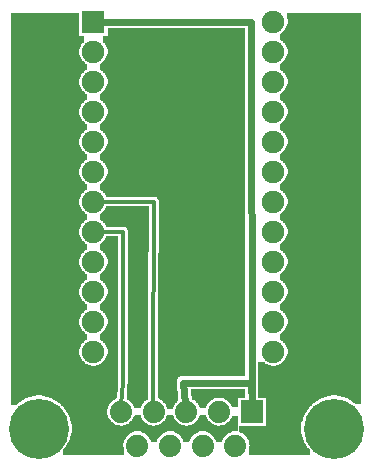
<source format=gbl>
G04 MADE WITH FRITZING*
G04 WWW.FRITZING.ORG*
G04 DOUBLE SIDED*
G04 HOLES PLATED*
G04 CONTOUR ON CENTER OF CONTOUR VECTOR*
%ASAXBY*%
%FSLAX23Y23*%
%MOIN*%
%OFA0B0*%
%SFA1.0B1.0*%
%ADD10C,0.075000*%
%ADD11C,0.074000*%
%ADD12C,0.200000*%
%ADD13R,0.075000X0.075000*%
%ADD14C,0.024000*%
%ADD15C,0.012000*%
%ADD16R,0.001000X0.001000*%
%LNCOPPER0*%
G90*
G70*
G54D10*
X112Y1433D03*
X415Y1383D03*
X1019Y1433D03*
G54D11*
X843Y186D03*
X734Y186D03*
X625Y186D03*
X516Y186D03*
X407Y186D03*
X788Y74D03*
X679Y74D03*
X570Y74D03*
X461Y74D03*
G54D12*
X1117Y130D03*
X133Y130D03*
G54D10*
X314Y1486D03*
X914Y1486D03*
X314Y1386D03*
X914Y1386D03*
X314Y1286D03*
X914Y1286D03*
X314Y1186D03*
X914Y1186D03*
X314Y1086D03*
X914Y1086D03*
X314Y986D03*
X914Y986D03*
X314Y886D03*
X914Y886D03*
X314Y786D03*
X914Y786D03*
X314Y686D03*
X914Y686D03*
X314Y586D03*
X914Y586D03*
X314Y486D03*
X914Y486D03*
X314Y386D03*
X914Y386D03*
G54D13*
X314Y1486D03*
G54D14*
X841Y1487D02*
X843Y217D01*
D02*
X343Y1486D02*
X841Y1487D01*
D02*
X614Y284D02*
X841Y284D01*
D02*
X841Y284D02*
X842Y217D01*
D02*
X621Y217D02*
X614Y284D01*
G54D15*
D02*
X514Y284D02*
X515Y212D01*
D02*
X516Y887D02*
X514Y284D01*
D02*
X337Y886D02*
X516Y887D01*
D02*
X413Y284D02*
X408Y212D01*
D02*
X414Y786D02*
X413Y284D01*
D02*
X337Y786D02*
X414Y786D01*
G36*
X40Y1515D02*
X40Y339D01*
X306Y339D01*
X306Y341D01*
X300Y341D01*
X300Y343D01*
X296Y343D01*
X296Y345D01*
X292Y345D01*
X292Y347D01*
X288Y347D01*
X288Y349D01*
X286Y349D01*
X286Y351D01*
X284Y351D01*
X284Y353D01*
X282Y353D01*
X282Y355D01*
X280Y355D01*
X280Y357D01*
X278Y357D01*
X278Y359D01*
X276Y359D01*
X276Y363D01*
X274Y363D01*
X274Y365D01*
X272Y365D01*
X272Y369D01*
X270Y369D01*
X270Y375D01*
X268Y375D01*
X268Y385D01*
X266Y385D01*
X266Y389D01*
X268Y389D01*
X268Y397D01*
X270Y397D01*
X270Y403D01*
X272Y403D01*
X272Y407D01*
X274Y407D01*
X274Y411D01*
X276Y411D01*
X276Y413D01*
X278Y413D01*
X278Y415D01*
X280Y415D01*
X280Y417D01*
X282Y417D01*
X282Y419D01*
X284Y419D01*
X284Y421D01*
X286Y421D01*
X286Y423D01*
X288Y423D01*
X288Y425D01*
X290Y425D01*
X290Y427D01*
X292Y427D01*
X292Y447D01*
X288Y447D01*
X288Y449D01*
X286Y449D01*
X286Y451D01*
X284Y451D01*
X284Y453D01*
X282Y453D01*
X282Y455D01*
X280Y455D01*
X280Y457D01*
X278Y457D01*
X278Y459D01*
X276Y459D01*
X276Y463D01*
X274Y463D01*
X274Y465D01*
X272Y465D01*
X272Y469D01*
X270Y469D01*
X270Y475D01*
X268Y475D01*
X268Y485D01*
X266Y485D01*
X266Y489D01*
X268Y489D01*
X268Y497D01*
X270Y497D01*
X270Y503D01*
X272Y503D01*
X272Y507D01*
X274Y507D01*
X274Y511D01*
X276Y511D01*
X276Y513D01*
X278Y513D01*
X278Y515D01*
X280Y515D01*
X280Y517D01*
X282Y517D01*
X282Y519D01*
X284Y519D01*
X284Y521D01*
X286Y521D01*
X286Y523D01*
X288Y523D01*
X288Y525D01*
X290Y525D01*
X290Y527D01*
X292Y527D01*
X292Y547D01*
X288Y547D01*
X288Y549D01*
X286Y549D01*
X286Y551D01*
X284Y551D01*
X284Y553D01*
X282Y553D01*
X282Y555D01*
X280Y555D01*
X280Y557D01*
X278Y557D01*
X278Y559D01*
X276Y559D01*
X276Y563D01*
X274Y563D01*
X274Y565D01*
X272Y565D01*
X272Y569D01*
X270Y569D01*
X270Y575D01*
X268Y575D01*
X268Y585D01*
X266Y585D01*
X266Y589D01*
X268Y589D01*
X268Y597D01*
X270Y597D01*
X270Y603D01*
X272Y603D01*
X272Y607D01*
X274Y607D01*
X274Y611D01*
X276Y611D01*
X276Y613D01*
X278Y613D01*
X278Y615D01*
X280Y615D01*
X280Y617D01*
X282Y617D01*
X282Y619D01*
X284Y619D01*
X284Y621D01*
X286Y621D01*
X286Y623D01*
X288Y623D01*
X288Y625D01*
X290Y625D01*
X290Y627D01*
X292Y627D01*
X292Y647D01*
X288Y647D01*
X288Y649D01*
X286Y649D01*
X286Y651D01*
X284Y651D01*
X284Y653D01*
X282Y653D01*
X282Y655D01*
X280Y655D01*
X280Y657D01*
X278Y657D01*
X278Y659D01*
X276Y659D01*
X276Y663D01*
X274Y663D01*
X274Y665D01*
X272Y665D01*
X272Y669D01*
X270Y669D01*
X270Y675D01*
X268Y675D01*
X268Y685D01*
X266Y685D01*
X266Y689D01*
X268Y689D01*
X268Y697D01*
X270Y697D01*
X270Y703D01*
X272Y703D01*
X272Y707D01*
X274Y707D01*
X274Y711D01*
X276Y711D01*
X276Y713D01*
X278Y713D01*
X278Y715D01*
X280Y715D01*
X280Y717D01*
X282Y717D01*
X282Y719D01*
X284Y719D01*
X284Y721D01*
X286Y721D01*
X286Y723D01*
X288Y723D01*
X288Y725D01*
X290Y725D01*
X290Y727D01*
X292Y727D01*
X292Y747D01*
X288Y747D01*
X288Y749D01*
X286Y749D01*
X286Y751D01*
X284Y751D01*
X284Y753D01*
X282Y753D01*
X282Y755D01*
X280Y755D01*
X280Y757D01*
X278Y757D01*
X278Y759D01*
X276Y759D01*
X276Y763D01*
X274Y763D01*
X274Y765D01*
X272Y765D01*
X272Y769D01*
X270Y769D01*
X270Y775D01*
X268Y775D01*
X268Y785D01*
X266Y785D01*
X266Y789D01*
X268Y789D01*
X268Y797D01*
X270Y797D01*
X270Y803D01*
X272Y803D01*
X272Y807D01*
X274Y807D01*
X274Y811D01*
X276Y811D01*
X276Y813D01*
X278Y813D01*
X278Y815D01*
X280Y815D01*
X280Y817D01*
X282Y817D01*
X282Y819D01*
X284Y819D01*
X284Y821D01*
X286Y821D01*
X286Y823D01*
X288Y823D01*
X288Y825D01*
X290Y825D01*
X290Y827D01*
X292Y827D01*
X292Y847D01*
X288Y847D01*
X288Y849D01*
X286Y849D01*
X286Y851D01*
X284Y851D01*
X284Y853D01*
X282Y853D01*
X282Y855D01*
X280Y855D01*
X280Y857D01*
X278Y857D01*
X278Y859D01*
X276Y859D01*
X276Y863D01*
X274Y863D01*
X274Y865D01*
X272Y865D01*
X272Y869D01*
X270Y869D01*
X270Y875D01*
X268Y875D01*
X268Y885D01*
X266Y885D01*
X266Y889D01*
X268Y889D01*
X268Y897D01*
X270Y897D01*
X270Y903D01*
X272Y903D01*
X272Y907D01*
X274Y907D01*
X274Y911D01*
X276Y911D01*
X276Y913D01*
X278Y913D01*
X278Y915D01*
X280Y915D01*
X280Y917D01*
X282Y917D01*
X282Y919D01*
X284Y919D01*
X284Y921D01*
X286Y921D01*
X286Y923D01*
X288Y923D01*
X288Y925D01*
X290Y925D01*
X290Y927D01*
X292Y927D01*
X292Y947D01*
X288Y947D01*
X288Y949D01*
X286Y949D01*
X286Y951D01*
X284Y951D01*
X284Y953D01*
X282Y953D01*
X282Y955D01*
X280Y955D01*
X280Y957D01*
X278Y957D01*
X278Y959D01*
X276Y959D01*
X276Y963D01*
X274Y963D01*
X274Y965D01*
X272Y965D01*
X272Y969D01*
X270Y969D01*
X270Y975D01*
X268Y975D01*
X268Y985D01*
X266Y985D01*
X266Y989D01*
X268Y989D01*
X268Y997D01*
X270Y997D01*
X270Y1003D01*
X272Y1003D01*
X272Y1007D01*
X274Y1007D01*
X274Y1011D01*
X276Y1011D01*
X276Y1013D01*
X278Y1013D01*
X278Y1015D01*
X280Y1015D01*
X280Y1017D01*
X282Y1017D01*
X282Y1019D01*
X284Y1019D01*
X284Y1021D01*
X286Y1021D01*
X286Y1023D01*
X288Y1023D01*
X288Y1025D01*
X290Y1025D01*
X290Y1027D01*
X292Y1027D01*
X292Y1047D01*
X288Y1047D01*
X288Y1049D01*
X286Y1049D01*
X286Y1051D01*
X284Y1051D01*
X284Y1053D01*
X282Y1053D01*
X282Y1055D01*
X280Y1055D01*
X280Y1057D01*
X278Y1057D01*
X278Y1059D01*
X276Y1059D01*
X276Y1063D01*
X274Y1063D01*
X274Y1065D01*
X272Y1065D01*
X272Y1069D01*
X270Y1069D01*
X270Y1075D01*
X268Y1075D01*
X268Y1085D01*
X266Y1085D01*
X266Y1089D01*
X268Y1089D01*
X268Y1097D01*
X270Y1097D01*
X270Y1103D01*
X272Y1103D01*
X272Y1107D01*
X274Y1107D01*
X274Y1111D01*
X276Y1111D01*
X276Y1113D01*
X278Y1113D01*
X278Y1115D01*
X280Y1115D01*
X280Y1117D01*
X282Y1117D01*
X282Y1119D01*
X284Y1119D01*
X284Y1121D01*
X286Y1121D01*
X286Y1123D01*
X288Y1123D01*
X288Y1125D01*
X290Y1125D01*
X290Y1127D01*
X292Y1127D01*
X292Y1147D01*
X288Y1147D01*
X288Y1149D01*
X286Y1149D01*
X286Y1151D01*
X284Y1151D01*
X284Y1153D01*
X282Y1153D01*
X282Y1155D01*
X280Y1155D01*
X280Y1157D01*
X278Y1157D01*
X278Y1159D01*
X276Y1159D01*
X276Y1163D01*
X274Y1163D01*
X274Y1165D01*
X272Y1165D01*
X272Y1169D01*
X270Y1169D01*
X270Y1175D01*
X268Y1175D01*
X268Y1185D01*
X266Y1185D01*
X266Y1189D01*
X268Y1189D01*
X268Y1197D01*
X270Y1197D01*
X270Y1203D01*
X272Y1203D01*
X272Y1207D01*
X274Y1207D01*
X274Y1211D01*
X276Y1211D01*
X276Y1213D01*
X278Y1213D01*
X278Y1215D01*
X280Y1215D01*
X280Y1217D01*
X282Y1217D01*
X282Y1219D01*
X284Y1219D01*
X284Y1221D01*
X286Y1221D01*
X286Y1223D01*
X288Y1223D01*
X288Y1225D01*
X290Y1225D01*
X290Y1227D01*
X292Y1227D01*
X292Y1247D01*
X288Y1247D01*
X288Y1249D01*
X286Y1249D01*
X286Y1251D01*
X284Y1251D01*
X284Y1253D01*
X282Y1253D01*
X282Y1255D01*
X280Y1255D01*
X280Y1257D01*
X278Y1257D01*
X278Y1259D01*
X276Y1259D01*
X276Y1263D01*
X274Y1263D01*
X274Y1265D01*
X272Y1265D01*
X272Y1269D01*
X270Y1269D01*
X270Y1275D01*
X268Y1275D01*
X268Y1285D01*
X266Y1285D01*
X266Y1289D01*
X268Y1289D01*
X268Y1297D01*
X270Y1297D01*
X270Y1303D01*
X272Y1303D01*
X272Y1307D01*
X274Y1307D01*
X274Y1311D01*
X276Y1311D01*
X276Y1313D01*
X278Y1313D01*
X278Y1315D01*
X280Y1315D01*
X280Y1317D01*
X282Y1317D01*
X282Y1319D01*
X284Y1319D01*
X284Y1321D01*
X286Y1321D01*
X286Y1323D01*
X288Y1323D01*
X288Y1325D01*
X290Y1325D01*
X290Y1327D01*
X292Y1327D01*
X292Y1347D01*
X288Y1347D01*
X288Y1349D01*
X286Y1349D01*
X286Y1351D01*
X284Y1351D01*
X284Y1353D01*
X282Y1353D01*
X282Y1355D01*
X280Y1355D01*
X280Y1357D01*
X278Y1357D01*
X278Y1359D01*
X276Y1359D01*
X276Y1363D01*
X274Y1363D01*
X274Y1365D01*
X272Y1365D01*
X272Y1369D01*
X270Y1369D01*
X270Y1375D01*
X268Y1375D01*
X268Y1385D01*
X266Y1385D01*
X266Y1389D01*
X268Y1389D01*
X268Y1397D01*
X270Y1397D01*
X270Y1403D01*
X272Y1403D01*
X272Y1407D01*
X274Y1407D01*
X274Y1411D01*
X276Y1411D01*
X276Y1413D01*
X278Y1413D01*
X278Y1415D01*
X280Y1415D01*
X280Y1417D01*
X282Y1417D01*
X282Y1419D01*
X284Y1419D01*
X284Y1439D01*
X266Y1439D01*
X266Y1515D01*
X40Y1515D01*
G37*
D02*
G36*
X358Y771D02*
X358Y767D01*
X356Y767D01*
X356Y765D01*
X354Y765D01*
X354Y761D01*
X352Y761D01*
X352Y759D01*
X350Y759D01*
X350Y757D01*
X348Y757D01*
X348Y753D01*
X344Y753D01*
X344Y751D01*
X342Y751D01*
X342Y749D01*
X340Y749D01*
X340Y747D01*
X338Y747D01*
X338Y725D01*
X340Y725D01*
X340Y723D01*
X344Y723D01*
X344Y721D01*
X346Y721D01*
X346Y719D01*
X348Y719D01*
X348Y717D01*
X350Y717D01*
X350Y715D01*
X352Y715D01*
X352Y711D01*
X354Y711D01*
X354Y709D01*
X356Y709D01*
X356Y705D01*
X358Y705D01*
X358Y701D01*
X360Y701D01*
X360Y695D01*
X362Y695D01*
X362Y679D01*
X360Y679D01*
X360Y673D01*
X358Y673D01*
X358Y667D01*
X356Y667D01*
X356Y665D01*
X354Y665D01*
X354Y661D01*
X352Y661D01*
X352Y659D01*
X350Y659D01*
X350Y657D01*
X348Y657D01*
X348Y653D01*
X344Y653D01*
X344Y651D01*
X342Y651D01*
X342Y649D01*
X340Y649D01*
X340Y647D01*
X336Y647D01*
X336Y627D01*
X338Y627D01*
X338Y625D01*
X340Y625D01*
X340Y623D01*
X344Y623D01*
X344Y621D01*
X346Y621D01*
X346Y619D01*
X348Y619D01*
X348Y617D01*
X350Y617D01*
X350Y615D01*
X352Y615D01*
X352Y611D01*
X354Y611D01*
X354Y609D01*
X356Y609D01*
X356Y605D01*
X358Y605D01*
X358Y601D01*
X360Y601D01*
X360Y595D01*
X362Y595D01*
X362Y579D01*
X360Y579D01*
X360Y573D01*
X358Y573D01*
X358Y567D01*
X356Y567D01*
X356Y565D01*
X354Y565D01*
X354Y561D01*
X352Y561D01*
X352Y559D01*
X350Y559D01*
X350Y557D01*
X348Y557D01*
X348Y553D01*
X344Y553D01*
X344Y551D01*
X342Y551D01*
X342Y549D01*
X340Y549D01*
X340Y547D01*
X336Y547D01*
X336Y527D01*
X338Y527D01*
X338Y525D01*
X340Y525D01*
X340Y523D01*
X344Y523D01*
X344Y521D01*
X346Y521D01*
X346Y519D01*
X348Y519D01*
X348Y517D01*
X350Y517D01*
X350Y515D01*
X352Y515D01*
X352Y511D01*
X354Y511D01*
X354Y509D01*
X356Y509D01*
X356Y505D01*
X358Y505D01*
X358Y501D01*
X360Y501D01*
X360Y495D01*
X362Y495D01*
X362Y479D01*
X360Y479D01*
X360Y473D01*
X358Y473D01*
X358Y467D01*
X356Y467D01*
X356Y465D01*
X354Y465D01*
X354Y461D01*
X352Y461D01*
X352Y459D01*
X350Y459D01*
X350Y457D01*
X348Y457D01*
X348Y453D01*
X344Y453D01*
X344Y451D01*
X342Y451D01*
X342Y449D01*
X340Y449D01*
X340Y447D01*
X336Y447D01*
X336Y427D01*
X338Y427D01*
X338Y425D01*
X340Y425D01*
X340Y423D01*
X344Y423D01*
X344Y421D01*
X346Y421D01*
X346Y419D01*
X348Y419D01*
X348Y417D01*
X350Y417D01*
X350Y415D01*
X352Y415D01*
X352Y411D01*
X354Y411D01*
X354Y409D01*
X356Y409D01*
X356Y405D01*
X358Y405D01*
X358Y401D01*
X360Y401D01*
X360Y395D01*
X362Y395D01*
X362Y379D01*
X360Y379D01*
X360Y373D01*
X358Y373D01*
X358Y367D01*
X356Y367D01*
X356Y365D01*
X354Y365D01*
X354Y361D01*
X352Y361D01*
X352Y359D01*
X350Y359D01*
X350Y357D01*
X348Y357D01*
X348Y353D01*
X344Y353D01*
X344Y351D01*
X342Y351D01*
X342Y349D01*
X340Y349D01*
X340Y347D01*
X336Y347D01*
X336Y345D01*
X334Y345D01*
X334Y343D01*
X330Y343D01*
X330Y341D01*
X324Y341D01*
X324Y339D01*
X398Y339D01*
X398Y771D01*
X358Y771D01*
G37*
D02*
G36*
X40Y339D02*
X40Y337D01*
X398Y337D01*
X398Y339D01*
X40Y339D01*
G37*
D02*
G36*
X40Y339D02*
X40Y337D01*
X398Y337D01*
X398Y339D01*
X40Y339D01*
G37*
D02*
G36*
X40Y337D02*
X40Y241D01*
X144Y241D01*
X144Y239D01*
X154Y239D01*
X154Y237D01*
X162Y237D01*
X162Y235D01*
X168Y235D01*
X168Y233D01*
X172Y233D01*
X172Y231D01*
X176Y231D01*
X176Y229D01*
X180Y229D01*
X180Y227D01*
X184Y227D01*
X184Y225D01*
X188Y225D01*
X188Y223D01*
X190Y223D01*
X190Y221D01*
X194Y221D01*
X194Y219D01*
X196Y219D01*
X196Y217D01*
X198Y217D01*
X198Y215D01*
X202Y215D01*
X202Y213D01*
X204Y213D01*
X204Y211D01*
X206Y211D01*
X206Y209D01*
X208Y209D01*
X208Y207D01*
X210Y207D01*
X210Y205D01*
X212Y205D01*
X212Y203D01*
X214Y203D01*
X214Y201D01*
X216Y201D01*
X216Y199D01*
X218Y199D01*
X218Y195D01*
X220Y195D01*
X220Y193D01*
X222Y193D01*
X222Y191D01*
X224Y191D01*
X224Y187D01*
X226Y187D01*
X226Y183D01*
X228Y183D01*
X228Y181D01*
X230Y181D01*
X230Y177D01*
X232Y177D01*
X232Y173D01*
X234Y173D01*
X234Y169D01*
X236Y169D01*
X236Y163D01*
X238Y163D01*
X238Y157D01*
X240Y157D01*
X240Y147D01*
X242Y147D01*
X242Y139D01*
X402Y139D01*
X402Y141D01*
X394Y141D01*
X394Y143D01*
X388Y143D01*
X388Y145D01*
X386Y145D01*
X386Y147D01*
X382Y147D01*
X382Y149D01*
X380Y149D01*
X380Y151D01*
X378Y151D01*
X378Y153D01*
X374Y153D01*
X374Y155D01*
X372Y155D01*
X372Y159D01*
X370Y159D01*
X370Y161D01*
X368Y161D01*
X368Y163D01*
X366Y163D01*
X366Y167D01*
X364Y167D01*
X364Y171D01*
X362Y171D01*
X362Y177D01*
X360Y177D01*
X360Y197D01*
X362Y197D01*
X362Y201D01*
X364Y201D01*
X364Y207D01*
X366Y207D01*
X366Y209D01*
X368Y209D01*
X368Y213D01*
X370Y213D01*
X370Y215D01*
X372Y215D01*
X372Y217D01*
X374Y217D01*
X374Y219D01*
X376Y219D01*
X376Y221D01*
X378Y221D01*
X378Y223D01*
X380Y223D01*
X380Y225D01*
X384Y225D01*
X384Y227D01*
X386Y227D01*
X386Y229D01*
X390Y229D01*
X390Y231D01*
X394Y231D01*
X394Y251D01*
X396Y251D01*
X396Y281D01*
X398Y281D01*
X398Y337D01*
X40Y337D01*
G37*
D02*
G36*
X40Y241D02*
X40Y209D01*
X60Y209D01*
X60Y211D01*
X62Y211D01*
X62Y213D01*
X64Y213D01*
X64Y215D01*
X66Y215D01*
X66Y217D01*
X68Y217D01*
X68Y219D01*
X72Y219D01*
X72Y221D01*
X74Y221D01*
X74Y223D01*
X78Y223D01*
X78Y225D01*
X80Y225D01*
X80Y227D01*
X84Y227D01*
X84Y229D01*
X88Y229D01*
X88Y231D01*
X92Y231D01*
X92Y233D01*
X98Y233D01*
X98Y235D01*
X104Y235D01*
X104Y237D01*
X110Y237D01*
X110Y239D01*
X122Y239D01*
X122Y241D01*
X40Y241D01*
G37*
D02*
G36*
X560Y177D02*
X560Y171D01*
X558Y171D01*
X558Y167D01*
X556Y167D01*
X556Y163D01*
X554Y163D01*
X554Y161D01*
X552Y161D01*
X552Y157D01*
X550Y157D01*
X550Y155D01*
X548Y155D01*
X548Y153D01*
X546Y153D01*
X546Y151D01*
X542Y151D01*
X542Y149D01*
X540Y149D01*
X540Y147D01*
X536Y147D01*
X536Y145D01*
X534Y145D01*
X534Y143D01*
X528Y143D01*
X528Y141D01*
X520Y141D01*
X520Y139D01*
X620Y139D01*
X620Y141D01*
X612Y141D01*
X612Y143D01*
X608Y143D01*
X608Y145D01*
X604Y145D01*
X604Y147D01*
X600Y147D01*
X600Y149D01*
X598Y149D01*
X598Y151D01*
X596Y151D01*
X596Y153D01*
X592Y153D01*
X592Y157D01*
X590Y157D01*
X590Y159D01*
X588Y159D01*
X588Y161D01*
X586Y161D01*
X586Y163D01*
X584Y163D01*
X584Y167D01*
X582Y167D01*
X582Y171D01*
X580Y171D01*
X580Y177D01*
X560Y177D01*
G37*
D02*
G36*
X452Y175D02*
X452Y173D01*
X450Y173D01*
X450Y169D01*
X448Y169D01*
X448Y165D01*
X446Y165D01*
X446Y161D01*
X444Y161D01*
X444Y159D01*
X442Y159D01*
X442Y157D01*
X440Y157D01*
X440Y155D01*
X438Y155D01*
X438Y153D01*
X436Y153D01*
X436Y151D01*
X434Y151D01*
X434Y149D01*
X432Y149D01*
X432Y147D01*
X428Y147D01*
X428Y145D01*
X424Y145D01*
X424Y143D01*
X420Y143D01*
X420Y141D01*
X412Y141D01*
X412Y139D01*
X510Y139D01*
X510Y141D01*
X504Y141D01*
X504Y143D01*
X498Y143D01*
X498Y145D01*
X494Y145D01*
X494Y147D01*
X492Y147D01*
X492Y149D01*
X488Y149D01*
X488Y151D01*
X486Y151D01*
X486Y153D01*
X484Y153D01*
X484Y155D01*
X482Y155D01*
X482Y157D01*
X480Y157D01*
X480Y159D01*
X478Y159D01*
X478Y163D01*
X476Y163D01*
X476Y165D01*
X474Y165D01*
X474Y169D01*
X472Y169D01*
X472Y175D01*
X452Y175D01*
G37*
D02*
G36*
X670Y175D02*
X670Y173D01*
X668Y173D01*
X668Y169D01*
X666Y169D01*
X666Y165D01*
X664Y165D01*
X664Y161D01*
X662Y161D01*
X662Y159D01*
X660Y159D01*
X660Y157D01*
X658Y157D01*
X658Y155D01*
X656Y155D01*
X656Y153D01*
X654Y153D01*
X654Y151D01*
X652Y151D01*
X652Y149D01*
X650Y149D01*
X650Y147D01*
X646Y147D01*
X646Y145D01*
X642Y145D01*
X642Y143D01*
X638Y143D01*
X638Y141D01*
X630Y141D01*
X630Y139D01*
X728Y139D01*
X728Y141D01*
X722Y141D01*
X722Y143D01*
X716Y143D01*
X716Y145D01*
X712Y145D01*
X712Y147D01*
X710Y147D01*
X710Y149D01*
X706Y149D01*
X706Y151D01*
X704Y151D01*
X704Y153D01*
X702Y153D01*
X702Y155D01*
X700Y155D01*
X700Y157D01*
X698Y157D01*
X698Y159D01*
X696Y159D01*
X696Y163D01*
X694Y163D01*
X694Y165D01*
X692Y165D01*
X692Y169D01*
X690Y169D01*
X690Y175D01*
X670Y175D01*
G37*
D02*
G36*
X776Y171D02*
X776Y167D01*
X774Y167D01*
X774Y163D01*
X772Y163D01*
X772Y161D01*
X770Y161D01*
X770Y157D01*
X768Y157D01*
X768Y155D01*
X766Y155D01*
X766Y153D01*
X764Y153D01*
X764Y151D01*
X760Y151D01*
X760Y149D01*
X758Y149D01*
X758Y147D01*
X756Y147D01*
X756Y145D01*
X752Y145D01*
X752Y143D01*
X746Y143D01*
X746Y141D01*
X738Y141D01*
X738Y139D01*
X796Y139D01*
X796Y171D01*
X776Y171D01*
G37*
D02*
G36*
X242Y139D02*
X242Y137D01*
X796Y137D01*
X796Y139D01*
X242Y139D01*
G37*
D02*
G36*
X242Y139D02*
X242Y137D01*
X796Y137D01*
X796Y139D01*
X242Y139D01*
G37*
D02*
G36*
X242Y139D02*
X242Y137D01*
X796Y137D01*
X796Y139D01*
X242Y139D01*
G37*
D02*
G36*
X242Y139D02*
X242Y137D01*
X796Y137D01*
X796Y139D01*
X242Y139D01*
G37*
D02*
G36*
X242Y139D02*
X242Y137D01*
X796Y137D01*
X796Y139D01*
X242Y139D01*
G37*
D02*
G36*
X242Y137D02*
X242Y121D01*
X690Y121D01*
X690Y119D01*
X696Y119D01*
X696Y117D01*
X700Y117D01*
X700Y115D01*
X702Y115D01*
X702Y113D01*
X706Y113D01*
X706Y111D01*
X708Y111D01*
X708Y109D01*
X710Y109D01*
X710Y107D01*
X712Y107D01*
X712Y105D01*
X714Y105D01*
X714Y103D01*
X716Y103D01*
X716Y101D01*
X718Y101D01*
X718Y97D01*
X720Y97D01*
X720Y93D01*
X722Y93D01*
X722Y89D01*
X724Y89D01*
X724Y85D01*
X744Y85D01*
X744Y91D01*
X746Y91D01*
X746Y95D01*
X748Y95D01*
X748Y99D01*
X750Y99D01*
X750Y101D01*
X752Y101D01*
X752Y103D01*
X754Y103D01*
X754Y107D01*
X756Y107D01*
X756Y109D01*
X760Y109D01*
X760Y111D01*
X762Y111D01*
X762Y113D01*
X764Y113D01*
X764Y115D01*
X768Y115D01*
X768Y117D01*
X772Y117D01*
X772Y119D01*
X778Y119D01*
X778Y121D01*
X796Y121D01*
X796Y137D01*
X242Y137D01*
G37*
D02*
G36*
X242Y121D02*
X242Y115D01*
X240Y115D01*
X240Y105D01*
X238Y105D01*
X238Y99D01*
X236Y99D01*
X236Y93D01*
X234Y93D01*
X234Y89D01*
X232Y89D01*
X232Y85D01*
X230Y85D01*
X230Y81D01*
X228Y81D01*
X228Y77D01*
X226Y77D01*
X226Y75D01*
X224Y75D01*
X224Y71D01*
X222Y71D01*
X222Y69D01*
X220Y69D01*
X220Y65D01*
X218Y65D01*
X218Y63D01*
X216Y63D01*
X216Y61D01*
X214Y61D01*
X214Y41D01*
X418Y41D01*
X418Y61D01*
X416Y61D01*
X416Y69D01*
X414Y69D01*
X414Y81D01*
X416Y81D01*
X416Y89D01*
X418Y89D01*
X418Y93D01*
X420Y93D01*
X420Y97D01*
X422Y97D01*
X422Y99D01*
X424Y99D01*
X424Y103D01*
X426Y103D01*
X426Y105D01*
X428Y105D01*
X428Y107D01*
X430Y107D01*
X430Y109D01*
X432Y109D01*
X432Y111D01*
X434Y111D01*
X434Y113D01*
X438Y113D01*
X438Y115D01*
X442Y115D01*
X442Y117D01*
X444Y117D01*
X444Y119D01*
X450Y119D01*
X450Y121D01*
X242Y121D01*
G37*
D02*
G36*
X472Y121D02*
X472Y119D01*
X478Y119D01*
X478Y117D01*
X482Y117D01*
X482Y115D01*
X486Y115D01*
X486Y113D01*
X488Y113D01*
X488Y111D01*
X490Y111D01*
X490Y109D01*
X492Y109D01*
X492Y107D01*
X494Y107D01*
X494Y105D01*
X496Y105D01*
X496Y103D01*
X498Y103D01*
X498Y101D01*
X500Y101D01*
X500Y97D01*
X502Y97D01*
X502Y95D01*
X504Y95D01*
X504Y91D01*
X506Y91D01*
X506Y85D01*
X526Y85D01*
X526Y91D01*
X528Y91D01*
X528Y95D01*
X530Y95D01*
X530Y99D01*
X532Y99D01*
X532Y101D01*
X534Y101D01*
X534Y103D01*
X536Y103D01*
X536Y105D01*
X538Y105D01*
X538Y107D01*
X540Y107D01*
X540Y109D01*
X542Y109D01*
X542Y111D01*
X544Y111D01*
X544Y113D01*
X546Y113D01*
X546Y115D01*
X550Y115D01*
X550Y117D01*
X554Y117D01*
X554Y119D01*
X560Y119D01*
X560Y121D01*
X472Y121D01*
G37*
D02*
G36*
X582Y121D02*
X582Y119D01*
X586Y119D01*
X586Y117D01*
X590Y117D01*
X590Y115D01*
X594Y115D01*
X594Y113D01*
X596Y113D01*
X596Y111D01*
X600Y111D01*
X600Y109D01*
X602Y109D01*
X602Y107D01*
X604Y107D01*
X604Y105D01*
X606Y105D01*
X606Y103D01*
X608Y103D01*
X608Y99D01*
X610Y99D01*
X610Y97D01*
X612Y97D01*
X612Y93D01*
X614Y93D01*
X614Y87D01*
X634Y87D01*
X634Y89D01*
X636Y89D01*
X636Y93D01*
X638Y93D01*
X638Y97D01*
X640Y97D01*
X640Y101D01*
X642Y101D01*
X642Y103D01*
X644Y103D01*
X644Y105D01*
X646Y105D01*
X646Y107D01*
X648Y107D01*
X648Y109D01*
X650Y109D01*
X650Y111D01*
X652Y111D01*
X652Y113D01*
X656Y113D01*
X656Y115D01*
X658Y115D01*
X658Y117D01*
X662Y117D01*
X662Y119D01*
X668Y119D01*
X668Y121D01*
X582Y121D01*
G37*
D02*
G36*
X362Y1465D02*
X362Y1439D01*
X346Y1439D01*
X346Y1419D01*
X348Y1419D01*
X348Y1417D01*
X350Y1417D01*
X350Y1415D01*
X352Y1415D01*
X352Y1411D01*
X354Y1411D01*
X354Y1409D01*
X356Y1409D01*
X356Y1405D01*
X358Y1405D01*
X358Y1401D01*
X360Y1401D01*
X360Y1395D01*
X362Y1395D01*
X362Y1379D01*
X360Y1379D01*
X360Y1373D01*
X358Y1373D01*
X358Y1367D01*
X356Y1367D01*
X356Y1365D01*
X354Y1365D01*
X354Y1361D01*
X352Y1361D01*
X352Y1359D01*
X350Y1359D01*
X350Y1357D01*
X348Y1357D01*
X348Y1353D01*
X344Y1353D01*
X344Y1351D01*
X342Y1351D01*
X342Y1349D01*
X340Y1349D01*
X340Y1347D01*
X338Y1347D01*
X338Y1325D01*
X340Y1325D01*
X340Y1323D01*
X344Y1323D01*
X344Y1321D01*
X346Y1321D01*
X346Y1319D01*
X348Y1319D01*
X348Y1317D01*
X350Y1317D01*
X350Y1315D01*
X352Y1315D01*
X352Y1311D01*
X354Y1311D01*
X354Y1309D01*
X356Y1309D01*
X356Y1305D01*
X358Y1305D01*
X358Y1301D01*
X360Y1301D01*
X360Y1295D01*
X362Y1295D01*
X362Y1279D01*
X360Y1279D01*
X360Y1273D01*
X358Y1273D01*
X358Y1267D01*
X356Y1267D01*
X356Y1265D01*
X354Y1265D01*
X354Y1261D01*
X352Y1261D01*
X352Y1259D01*
X350Y1259D01*
X350Y1257D01*
X348Y1257D01*
X348Y1253D01*
X344Y1253D01*
X344Y1251D01*
X342Y1251D01*
X342Y1249D01*
X340Y1249D01*
X340Y1247D01*
X338Y1247D01*
X338Y1225D01*
X340Y1225D01*
X340Y1223D01*
X344Y1223D01*
X344Y1221D01*
X346Y1221D01*
X346Y1219D01*
X348Y1219D01*
X348Y1217D01*
X350Y1217D01*
X350Y1215D01*
X352Y1215D01*
X352Y1211D01*
X354Y1211D01*
X354Y1209D01*
X356Y1209D01*
X356Y1205D01*
X358Y1205D01*
X358Y1201D01*
X360Y1201D01*
X360Y1195D01*
X362Y1195D01*
X362Y1179D01*
X360Y1179D01*
X360Y1173D01*
X358Y1173D01*
X358Y1167D01*
X356Y1167D01*
X356Y1165D01*
X354Y1165D01*
X354Y1161D01*
X352Y1161D01*
X352Y1159D01*
X350Y1159D01*
X350Y1157D01*
X348Y1157D01*
X348Y1153D01*
X344Y1153D01*
X344Y1151D01*
X342Y1151D01*
X342Y1149D01*
X340Y1149D01*
X340Y1147D01*
X338Y1147D01*
X338Y1125D01*
X340Y1125D01*
X340Y1123D01*
X344Y1123D01*
X344Y1121D01*
X346Y1121D01*
X346Y1119D01*
X348Y1119D01*
X348Y1117D01*
X350Y1117D01*
X350Y1115D01*
X352Y1115D01*
X352Y1111D01*
X354Y1111D01*
X354Y1109D01*
X356Y1109D01*
X356Y1105D01*
X358Y1105D01*
X358Y1101D01*
X360Y1101D01*
X360Y1095D01*
X362Y1095D01*
X362Y1079D01*
X360Y1079D01*
X360Y1073D01*
X358Y1073D01*
X358Y1067D01*
X356Y1067D01*
X356Y1065D01*
X354Y1065D01*
X354Y1061D01*
X352Y1061D01*
X352Y1059D01*
X350Y1059D01*
X350Y1057D01*
X348Y1057D01*
X348Y1053D01*
X344Y1053D01*
X344Y1051D01*
X342Y1051D01*
X342Y1049D01*
X340Y1049D01*
X340Y1047D01*
X338Y1047D01*
X338Y1025D01*
X340Y1025D01*
X340Y1023D01*
X344Y1023D01*
X344Y1021D01*
X346Y1021D01*
X346Y1019D01*
X348Y1019D01*
X348Y1017D01*
X350Y1017D01*
X350Y1015D01*
X352Y1015D01*
X352Y1011D01*
X354Y1011D01*
X354Y1009D01*
X356Y1009D01*
X356Y1005D01*
X358Y1005D01*
X358Y1001D01*
X360Y1001D01*
X360Y995D01*
X362Y995D01*
X362Y979D01*
X360Y979D01*
X360Y973D01*
X358Y973D01*
X358Y967D01*
X356Y967D01*
X356Y965D01*
X354Y965D01*
X354Y961D01*
X352Y961D01*
X352Y959D01*
X350Y959D01*
X350Y957D01*
X348Y957D01*
X348Y953D01*
X344Y953D01*
X344Y951D01*
X342Y951D01*
X342Y949D01*
X340Y949D01*
X340Y947D01*
X338Y947D01*
X338Y925D01*
X340Y925D01*
X340Y923D01*
X344Y923D01*
X344Y921D01*
X346Y921D01*
X346Y919D01*
X348Y919D01*
X348Y917D01*
X350Y917D01*
X350Y915D01*
X352Y915D01*
X352Y911D01*
X354Y911D01*
X354Y909D01*
X356Y909D01*
X356Y905D01*
X358Y905D01*
X358Y903D01*
X522Y903D01*
X522Y901D01*
X526Y901D01*
X526Y899D01*
X528Y899D01*
X528Y897D01*
X530Y897D01*
X530Y891D01*
X532Y891D01*
X532Y715D01*
X530Y715D01*
X530Y231D01*
X532Y231D01*
X532Y229D01*
X536Y229D01*
X536Y227D01*
X540Y227D01*
X540Y225D01*
X542Y225D01*
X542Y223D01*
X544Y223D01*
X544Y221D01*
X546Y221D01*
X546Y219D01*
X548Y219D01*
X548Y217D01*
X550Y217D01*
X550Y215D01*
X552Y215D01*
X552Y213D01*
X554Y213D01*
X554Y211D01*
X556Y211D01*
X556Y207D01*
X558Y207D01*
X558Y203D01*
X560Y203D01*
X560Y197D01*
X580Y197D01*
X580Y201D01*
X582Y201D01*
X582Y205D01*
X584Y205D01*
X584Y209D01*
X586Y209D01*
X586Y213D01*
X588Y213D01*
X588Y215D01*
X590Y215D01*
X590Y217D01*
X592Y217D01*
X592Y219D01*
X594Y219D01*
X594Y221D01*
X596Y221D01*
X596Y255D01*
X594Y255D01*
X594Y273D01*
X592Y273D01*
X592Y291D01*
X594Y291D01*
X594Y297D01*
X596Y297D01*
X596Y299D01*
X598Y299D01*
X598Y301D01*
X600Y301D01*
X600Y303D01*
X604Y303D01*
X604Y305D01*
X608Y305D01*
X608Y307D01*
X820Y307D01*
X820Y1465D01*
X362Y1465D01*
G37*
D02*
G36*
X358Y871D02*
X358Y867D01*
X356Y867D01*
X356Y865D01*
X354Y865D01*
X354Y861D01*
X352Y861D01*
X352Y859D01*
X350Y859D01*
X350Y857D01*
X348Y857D01*
X348Y853D01*
X344Y853D01*
X344Y851D01*
X342Y851D01*
X342Y849D01*
X340Y849D01*
X340Y847D01*
X338Y847D01*
X338Y825D01*
X340Y825D01*
X340Y823D01*
X344Y823D01*
X344Y821D01*
X346Y821D01*
X346Y819D01*
X348Y819D01*
X348Y817D01*
X350Y817D01*
X350Y815D01*
X352Y815D01*
X352Y811D01*
X354Y811D01*
X354Y809D01*
X356Y809D01*
X356Y805D01*
X358Y805D01*
X358Y803D01*
X420Y803D01*
X420Y801D01*
X424Y801D01*
X424Y799D01*
X426Y799D01*
X426Y795D01*
X428Y795D01*
X428Y791D01*
X430Y791D01*
X430Y279D01*
X428Y279D01*
X428Y249D01*
X426Y249D01*
X426Y227D01*
X430Y227D01*
X430Y225D01*
X432Y225D01*
X432Y223D01*
X436Y223D01*
X436Y221D01*
X438Y221D01*
X438Y219D01*
X440Y219D01*
X440Y217D01*
X442Y217D01*
X442Y215D01*
X444Y215D01*
X444Y211D01*
X446Y211D01*
X446Y209D01*
X448Y209D01*
X448Y205D01*
X450Y205D01*
X450Y199D01*
X472Y199D01*
X472Y205D01*
X474Y205D01*
X474Y207D01*
X476Y207D01*
X476Y211D01*
X478Y211D01*
X478Y213D01*
X480Y213D01*
X480Y217D01*
X482Y217D01*
X482Y219D01*
X484Y219D01*
X484Y221D01*
X488Y221D01*
X488Y223D01*
X490Y223D01*
X490Y225D01*
X492Y225D01*
X492Y227D01*
X496Y227D01*
X496Y229D01*
X498Y229D01*
X498Y719D01*
X500Y719D01*
X500Y871D01*
X358Y871D01*
G37*
D02*
G36*
X960Y1515D02*
X960Y1495D01*
X962Y1495D01*
X962Y1479D01*
X960Y1479D01*
X960Y1473D01*
X958Y1473D01*
X958Y1467D01*
X956Y1467D01*
X956Y1465D01*
X954Y1465D01*
X954Y1461D01*
X952Y1461D01*
X952Y1459D01*
X950Y1459D01*
X950Y1457D01*
X948Y1457D01*
X948Y1453D01*
X944Y1453D01*
X944Y1451D01*
X942Y1451D01*
X942Y1449D01*
X940Y1449D01*
X940Y1447D01*
X938Y1447D01*
X938Y1425D01*
X940Y1425D01*
X940Y1423D01*
X944Y1423D01*
X944Y1421D01*
X946Y1421D01*
X946Y1419D01*
X948Y1419D01*
X948Y1417D01*
X950Y1417D01*
X950Y1415D01*
X952Y1415D01*
X952Y1411D01*
X954Y1411D01*
X954Y1409D01*
X956Y1409D01*
X956Y1405D01*
X958Y1405D01*
X958Y1401D01*
X960Y1401D01*
X960Y1395D01*
X962Y1395D01*
X962Y1379D01*
X960Y1379D01*
X960Y1373D01*
X958Y1373D01*
X958Y1367D01*
X956Y1367D01*
X956Y1365D01*
X954Y1365D01*
X954Y1361D01*
X952Y1361D01*
X952Y1359D01*
X950Y1359D01*
X950Y1357D01*
X948Y1357D01*
X948Y1353D01*
X944Y1353D01*
X944Y1351D01*
X942Y1351D01*
X942Y1349D01*
X940Y1349D01*
X940Y1347D01*
X938Y1347D01*
X938Y1325D01*
X940Y1325D01*
X940Y1323D01*
X944Y1323D01*
X944Y1321D01*
X946Y1321D01*
X946Y1319D01*
X948Y1319D01*
X948Y1317D01*
X950Y1317D01*
X950Y1315D01*
X952Y1315D01*
X952Y1311D01*
X954Y1311D01*
X954Y1309D01*
X956Y1309D01*
X956Y1305D01*
X958Y1305D01*
X958Y1301D01*
X960Y1301D01*
X960Y1295D01*
X962Y1295D01*
X962Y1279D01*
X960Y1279D01*
X960Y1273D01*
X958Y1273D01*
X958Y1267D01*
X956Y1267D01*
X956Y1265D01*
X954Y1265D01*
X954Y1261D01*
X952Y1261D01*
X952Y1259D01*
X950Y1259D01*
X950Y1257D01*
X948Y1257D01*
X948Y1253D01*
X944Y1253D01*
X944Y1251D01*
X942Y1251D01*
X942Y1249D01*
X940Y1249D01*
X940Y1247D01*
X938Y1247D01*
X938Y1225D01*
X940Y1225D01*
X940Y1223D01*
X944Y1223D01*
X944Y1221D01*
X946Y1221D01*
X946Y1219D01*
X948Y1219D01*
X948Y1217D01*
X950Y1217D01*
X950Y1215D01*
X952Y1215D01*
X952Y1211D01*
X954Y1211D01*
X954Y1209D01*
X956Y1209D01*
X956Y1205D01*
X958Y1205D01*
X958Y1201D01*
X960Y1201D01*
X960Y1195D01*
X962Y1195D01*
X962Y1179D01*
X960Y1179D01*
X960Y1173D01*
X958Y1173D01*
X958Y1167D01*
X956Y1167D01*
X956Y1165D01*
X954Y1165D01*
X954Y1161D01*
X952Y1161D01*
X952Y1159D01*
X950Y1159D01*
X950Y1157D01*
X948Y1157D01*
X948Y1153D01*
X944Y1153D01*
X944Y1151D01*
X942Y1151D01*
X942Y1149D01*
X940Y1149D01*
X940Y1147D01*
X938Y1147D01*
X938Y1125D01*
X940Y1125D01*
X940Y1123D01*
X944Y1123D01*
X944Y1121D01*
X946Y1121D01*
X946Y1119D01*
X948Y1119D01*
X948Y1117D01*
X950Y1117D01*
X950Y1115D01*
X952Y1115D01*
X952Y1111D01*
X954Y1111D01*
X954Y1109D01*
X956Y1109D01*
X956Y1105D01*
X958Y1105D01*
X958Y1101D01*
X960Y1101D01*
X960Y1095D01*
X962Y1095D01*
X962Y1079D01*
X960Y1079D01*
X960Y1073D01*
X958Y1073D01*
X958Y1067D01*
X956Y1067D01*
X956Y1065D01*
X954Y1065D01*
X954Y1061D01*
X952Y1061D01*
X952Y1059D01*
X950Y1059D01*
X950Y1057D01*
X948Y1057D01*
X948Y1053D01*
X944Y1053D01*
X944Y1051D01*
X942Y1051D01*
X942Y1049D01*
X940Y1049D01*
X940Y1047D01*
X938Y1047D01*
X938Y1025D01*
X940Y1025D01*
X940Y1023D01*
X944Y1023D01*
X944Y1021D01*
X946Y1021D01*
X946Y1019D01*
X948Y1019D01*
X948Y1017D01*
X950Y1017D01*
X950Y1015D01*
X952Y1015D01*
X952Y1011D01*
X954Y1011D01*
X954Y1009D01*
X956Y1009D01*
X956Y1005D01*
X958Y1005D01*
X958Y1001D01*
X960Y1001D01*
X960Y995D01*
X962Y995D01*
X962Y979D01*
X960Y979D01*
X960Y973D01*
X958Y973D01*
X958Y967D01*
X956Y967D01*
X956Y965D01*
X954Y965D01*
X954Y961D01*
X952Y961D01*
X952Y959D01*
X950Y959D01*
X950Y957D01*
X948Y957D01*
X948Y953D01*
X944Y953D01*
X944Y951D01*
X942Y951D01*
X942Y949D01*
X940Y949D01*
X940Y947D01*
X938Y947D01*
X938Y925D01*
X940Y925D01*
X940Y923D01*
X944Y923D01*
X944Y921D01*
X946Y921D01*
X946Y919D01*
X948Y919D01*
X948Y917D01*
X950Y917D01*
X950Y915D01*
X952Y915D01*
X952Y911D01*
X954Y911D01*
X954Y909D01*
X956Y909D01*
X956Y905D01*
X958Y905D01*
X958Y901D01*
X960Y901D01*
X960Y895D01*
X962Y895D01*
X962Y879D01*
X960Y879D01*
X960Y873D01*
X958Y873D01*
X958Y867D01*
X956Y867D01*
X956Y865D01*
X954Y865D01*
X954Y861D01*
X952Y861D01*
X952Y859D01*
X950Y859D01*
X950Y857D01*
X948Y857D01*
X948Y853D01*
X944Y853D01*
X944Y851D01*
X942Y851D01*
X942Y849D01*
X940Y849D01*
X940Y847D01*
X938Y847D01*
X938Y825D01*
X940Y825D01*
X940Y823D01*
X944Y823D01*
X944Y821D01*
X946Y821D01*
X946Y819D01*
X948Y819D01*
X948Y817D01*
X950Y817D01*
X950Y815D01*
X952Y815D01*
X952Y811D01*
X954Y811D01*
X954Y809D01*
X956Y809D01*
X956Y805D01*
X958Y805D01*
X958Y801D01*
X960Y801D01*
X960Y795D01*
X962Y795D01*
X962Y779D01*
X960Y779D01*
X960Y773D01*
X958Y773D01*
X958Y767D01*
X956Y767D01*
X956Y765D01*
X954Y765D01*
X954Y761D01*
X952Y761D01*
X952Y759D01*
X950Y759D01*
X950Y757D01*
X948Y757D01*
X948Y753D01*
X944Y753D01*
X944Y751D01*
X942Y751D01*
X942Y749D01*
X940Y749D01*
X940Y747D01*
X938Y747D01*
X938Y725D01*
X940Y725D01*
X940Y723D01*
X944Y723D01*
X944Y721D01*
X946Y721D01*
X946Y719D01*
X948Y719D01*
X948Y717D01*
X950Y717D01*
X950Y715D01*
X952Y715D01*
X952Y711D01*
X954Y711D01*
X954Y709D01*
X956Y709D01*
X956Y705D01*
X958Y705D01*
X958Y701D01*
X960Y701D01*
X960Y695D01*
X962Y695D01*
X962Y679D01*
X960Y679D01*
X960Y673D01*
X958Y673D01*
X958Y667D01*
X956Y667D01*
X956Y665D01*
X954Y665D01*
X954Y661D01*
X952Y661D01*
X952Y659D01*
X950Y659D01*
X950Y657D01*
X948Y657D01*
X948Y653D01*
X944Y653D01*
X944Y651D01*
X942Y651D01*
X942Y649D01*
X940Y649D01*
X940Y647D01*
X936Y647D01*
X936Y627D01*
X938Y627D01*
X938Y625D01*
X940Y625D01*
X940Y623D01*
X944Y623D01*
X944Y621D01*
X946Y621D01*
X946Y619D01*
X948Y619D01*
X948Y617D01*
X950Y617D01*
X950Y615D01*
X952Y615D01*
X952Y611D01*
X954Y611D01*
X954Y609D01*
X956Y609D01*
X956Y605D01*
X958Y605D01*
X958Y601D01*
X960Y601D01*
X960Y595D01*
X962Y595D01*
X962Y579D01*
X960Y579D01*
X960Y573D01*
X958Y573D01*
X958Y567D01*
X956Y567D01*
X956Y565D01*
X954Y565D01*
X954Y561D01*
X952Y561D01*
X952Y559D01*
X950Y559D01*
X950Y557D01*
X948Y557D01*
X948Y553D01*
X944Y553D01*
X944Y551D01*
X942Y551D01*
X942Y549D01*
X940Y549D01*
X940Y547D01*
X936Y547D01*
X936Y527D01*
X938Y527D01*
X938Y525D01*
X940Y525D01*
X940Y523D01*
X944Y523D01*
X944Y521D01*
X946Y521D01*
X946Y519D01*
X948Y519D01*
X948Y517D01*
X950Y517D01*
X950Y515D01*
X952Y515D01*
X952Y511D01*
X954Y511D01*
X954Y509D01*
X956Y509D01*
X956Y505D01*
X958Y505D01*
X958Y501D01*
X960Y501D01*
X960Y495D01*
X962Y495D01*
X962Y479D01*
X960Y479D01*
X960Y473D01*
X958Y473D01*
X958Y467D01*
X956Y467D01*
X956Y465D01*
X954Y465D01*
X954Y461D01*
X952Y461D01*
X952Y459D01*
X950Y459D01*
X950Y457D01*
X948Y457D01*
X948Y453D01*
X944Y453D01*
X944Y451D01*
X942Y451D01*
X942Y449D01*
X940Y449D01*
X940Y447D01*
X936Y447D01*
X936Y427D01*
X938Y427D01*
X938Y425D01*
X940Y425D01*
X940Y423D01*
X944Y423D01*
X944Y421D01*
X946Y421D01*
X946Y419D01*
X948Y419D01*
X948Y417D01*
X950Y417D01*
X950Y415D01*
X952Y415D01*
X952Y411D01*
X954Y411D01*
X954Y409D01*
X956Y409D01*
X956Y405D01*
X958Y405D01*
X958Y401D01*
X960Y401D01*
X960Y395D01*
X962Y395D01*
X962Y379D01*
X960Y379D01*
X960Y373D01*
X958Y373D01*
X958Y367D01*
X956Y367D01*
X956Y365D01*
X954Y365D01*
X954Y361D01*
X952Y361D01*
X952Y359D01*
X950Y359D01*
X950Y357D01*
X948Y357D01*
X948Y353D01*
X944Y353D01*
X944Y351D01*
X942Y351D01*
X942Y349D01*
X940Y349D01*
X940Y347D01*
X936Y347D01*
X936Y345D01*
X934Y345D01*
X934Y343D01*
X930Y343D01*
X930Y341D01*
X924Y341D01*
X924Y339D01*
X1208Y339D01*
X1208Y1515D01*
X960Y1515D01*
G37*
D02*
G36*
X864Y353D02*
X864Y339D01*
X906Y339D01*
X906Y341D01*
X900Y341D01*
X900Y343D01*
X896Y343D01*
X896Y345D01*
X892Y345D01*
X892Y347D01*
X888Y347D01*
X888Y349D01*
X886Y349D01*
X886Y351D01*
X884Y351D01*
X884Y353D01*
X864Y353D01*
G37*
D02*
G36*
X864Y339D02*
X864Y337D01*
X1208Y337D01*
X1208Y339D01*
X864Y339D01*
G37*
D02*
G36*
X864Y339D02*
X864Y337D01*
X1208Y337D01*
X1208Y339D01*
X864Y339D01*
G37*
D02*
G36*
X864Y337D02*
X864Y241D01*
X1128Y241D01*
X1128Y239D01*
X1140Y239D01*
X1140Y237D01*
X1146Y237D01*
X1146Y235D01*
X1152Y235D01*
X1152Y233D01*
X1156Y233D01*
X1156Y231D01*
X1162Y231D01*
X1162Y229D01*
X1166Y229D01*
X1166Y227D01*
X1168Y227D01*
X1168Y225D01*
X1172Y225D01*
X1172Y223D01*
X1176Y223D01*
X1176Y221D01*
X1178Y221D01*
X1178Y219D01*
X1180Y219D01*
X1180Y217D01*
X1184Y217D01*
X1184Y215D01*
X1186Y215D01*
X1186Y213D01*
X1188Y213D01*
X1188Y211D01*
X1208Y211D01*
X1208Y337D01*
X864Y337D01*
G37*
D02*
G36*
X864Y241D02*
X864Y233D01*
X890Y233D01*
X890Y139D01*
X800Y139D01*
X800Y119D01*
X804Y119D01*
X804Y117D01*
X808Y117D01*
X808Y115D01*
X812Y115D01*
X812Y113D01*
X814Y113D01*
X814Y111D01*
X818Y111D01*
X818Y109D01*
X820Y109D01*
X820Y107D01*
X822Y107D01*
X822Y105D01*
X824Y105D01*
X824Y101D01*
X826Y101D01*
X826Y99D01*
X828Y99D01*
X828Y95D01*
X830Y95D01*
X830Y93D01*
X832Y93D01*
X832Y87D01*
X834Y87D01*
X834Y77D01*
X836Y77D01*
X836Y73D01*
X834Y73D01*
X834Y63D01*
X832Y63D01*
X832Y41D01*
X1036Y41D01*
X1036Y61D01*
X1034Y61D01*
X1034Y63D01*
X1032Y63D01*
X1032Y65D01*
X1030Y65D01*
X1030Y67D01*
X1028Y67D01*
X1028Y71D01*
X1026Y71D01*
X1026Y73D01*
X1024Y73D01*
X1024Y77D01*
X1022Y77D01*
X1022Y79D01*
X1020Y79D01*
X1020Y83D01*
X1018Y83D01*
X1018Y87D01*
X1016Y87D01*
X1016Y93D01*
X1014Y93D01*
X1014Y97D01*
X1012Y97D01*
X1012Y103D01*
X1010Y103D01*
X1010Y111D01*
X1008Y111D01*
X1008Y129D01*
X1006Y129D01*
X1006Y133D01*
X1008Y133D01*
X1008Y151D01*
X1010Y151D01*
X1010Y157D01*
X1012Y157D01*
X1012Y165D01*
X1014Y165D01*
X1014Y169D01*
X1016Y169D01*
X1016Y173D01*
X1018Y173D01*
X1018Y177D01*
X1020Y177D01*
X1020Y181D01*
X1022Y181D01*
X1022Y185D01*
X1024Y185D01*
X1024Y187D01*
X1026Y187D01*
X1026Y191D01*
X1028Y191D01*
X1028Y193D01*
X1030Y193D01*
X1030Y197D01*
X1032Y197D01*
X1032Y199D01*
X1034Y199D01*
X1034Y201D01*
X1036Y201D01*
X1036Y203D01*
X1038Y203D01*
X1038Y205D01*
X1040Y205D01*
X1040Y207D01*
X1042Y207D01*
X1042Y209D01*
X1044Y209D01*
X1044Y211D01*
X1046Y211D01*
X1046Y213D01*
X1048Y213D01*
X1048Y215D01*
X1050Y215D01*
X1050Y217D01*
X1054Y217D01*
X1054Y219D01*
X1056Y219D01*
X1056Y221D01*
X1058Y221D01*
X1058Y223D01*
X1062Y223D01*
X1062Y225D01*
X1066Y225D01*
X1066Y227D01*
X1068Y227D01*
X1068Y229D01*
X1072Y229D01*
X1072Y231D01*
X1076Y231D01*
X1076Y233D01*
X1082Y233D01*
X1082Y235D01*
X1088Y235D01*
X1088Y237D01*
X1094Y237D01*
X1094Y239D01*
X1106Y239D01*
X1106Y241D01*
X864Y241D01*
G37*
D02*
G36*
X640Y263D02*
X640Y239D01*
X642Y239D01*
X642Y233D01*
X744Y233D01*
X744Y231D01*
X750Y231D01*
X750Y229D01*
X754Y229D01*
X754Y227D01*
X758Y227D01*
X758Y225D01*
X760Y225D01*
X760Y223D01*
X762Y223D01*
X762Y221D01*
X764Y221D01*
X764Y219D01*
X766Y219D01*
X766Y217D01*
X768Y217D01*
X768Y215D01*
X770Y215D01*
X770Y213D01*
X772Y213D01*
X772Y211D01*
X774Y211D01*
X774Y207D01*
X776Y207D01*
X776Y203D01*
X796Y203D01*
X796Y233D01*
X820Y233D01*
X820Y263D01*
X640Y263D01*
G37*
D02*
G36*
X642Y233D02*
X642Y229D01*
X644Y229D01*
X644Y227D01*
X648Y227D01*
X648Y225D01*
X652Y225D01*
X652Y223D01*
X654Y223D01*
X654Y221D01*
X656Y221D01*
X656Y219D01*
X658Y219D01*
X658Y217D01*
X660Y217D01*
X660Y215D01*
X662Y215D01*
X662Y211D01*
X664Y211D01*
X664Y209D01*
X666Y209D01*
X666Y205D01*
X668Y205D01*
X668Y201D01*
X670Y201D01*
X670Y199D01*
X690Y199D01*
X690Y205D01*
X692Y205D01*
X692Y207D01*
X694Y207D01*
X694Y211D01*
X696Y211D01*
X696Y213D01*
X698Y213D01*
X698Y215D01*
X700Y215D01*
X700Y219D01*
X702Y219D01*
X702Y221D01*
X706Y221D01*
X706Y223D01*
X708Y223D01*
X708Y225D01*
X710Y225D01*
X710Y227D01*
X714Y227D01*
X714Y229D01*
X718Y229D01*
X718Y231D01*
X724Y231D01*
X724Y233D01*
X642Y233D01*
G37*
D02*
G54D16*
X806Y224D02*
X879Y224D01*
X806Y223D02*
X879Y223D01*
X806Y222D02*
X879Y222D01*
X806Y221D02*
X879Y221D01*
X806Y220D02*
X879Y220D01*
X806Y219D02*
X879Y219D01*
X806Y218D02*
X879Y218D01*
X806Y217D02*
X879Y217D01*
X806Y216D02*
X879Y216D01*
X806Y215D02*
X879Y215D01*
X806Y214D02*
X879Y214D01*
X806Y213D02*
X879Y213D01*
X806Y212D02*
X879Y212D01*
X806Y211D02*
X879Y211D01*
X806Y210D02*
X879Y210D01*
X806Y209D02*
X879Y209D01*
X806Y208D02*
X879Y208D01*
X806Y207D02*
X837Y207D01*
X847Y207D02*
X879Y207D01*
X806Y206D02*
X834Y206D01*
X850Y206D02*
X879Y206D01*
X806Y205D02*
X832Y205D01*
X852Y205D02*
X879Y205D01*
X806Y204D02*
X830Y204D01*
X854Y204D02*
X879Y204D01*
X806Y203D02*
X829Y203D01*
X855Y203D02*
X879Y203D01*
X806Y202D02*
X828Y202D01*
X857Y202D02*
X879Y202D01*
X806Y201D02*
X827Y201D01*
X857Y201D02*
X879Y201D01*
X806Y200D02*
X826Y200D01*
X858Y200D02*
X879Y200D01*
X806Y199D02*
X825Y199D01*
X859Y199D02*
X879Y199D01*
X806Y198D02*
X825Y198D01*
X860Y198D02*
X879Y198D01*
X806Y197D02*
X824Y197D01*
X860Y197D02*
X879Y197D01*
X806Y196D02*
X824Y196D01*
X861Y196D02*
X879Y196D01*
X806Y195D02*
X823Y195D01*
X861Y195D02*
X879Y195D01*
X806Y194D02*
X823Y194D01*
X862Y194D02*
X879Y194D01*
X806Y193D02*
X823Y193D01*
X862Y193D02*
X879Y193D01*
X806Y192D02*
X822Y192D01*
X862Y192D02*
X879Y192D01*
X806Y191D02*
X822Y191D01*
X862Y191D02*
X879Y191D01*
X806Y190D02*
X822Y190D01*
X862Y190D02*
X879Y190D01*
X806Y189D02*
X822Y189D01*
X863Y189D02*
X879Y189D01*
X806Y188D02*
X822Y188D01*
X863Y188D02*
X879Y188D01*
X806Y187D02*
X822Y187D01*
X863Y187D02*
X879Y187D01*
X806Y186D02*
X822Y186D01*
X863Y186D02*
X879Y186D01*
X806Y185D02*
X822Y185D01*
X862Y185D02*
X879Y185D01*
X806Y184D02*
X822Y184D01*
X862Y184D02*
X879Y184D01*
X806Y183D02*
X822Y183D01*
X862Y183D02*
X879Y183D01*
X806Y182D02*
X823Y182D01*
X862Y182D02*
X879Y182D01*
X806Y181D02*
X823Y181D01*
X862Y181D02*
X879Y181D01*
X806Y180D02*
X823Y180D01*
X861Y180D02*
X879Y180D01*
X806Y179D02*
X824Y179D01*
X861Y179D02*
X879Y179D01*
X806Y178D02*
X824Y178D01*
X860Y178D02*
X879Y178D01*
X806Y177D02*
X825Y177D01*
X860Y177D02*
X879Y177D01*
X806Y176D02*
X825Y176D01*
X859Y176D02*
X879Y176D01*
X806Y175D02*
X826Y175D01*
X858Y175D02*
X879Y175D01*
X806Y174D02*
X827Y174D01*
X857Y174D02*
X879Y174D01*
X806Y173D02*
X828Y173D01*
X856Y173D02*
X879Y173D01*
X806Y172D02*
X829Y172D01*
X855Y172D02*
X879Y172D01*
X806Y171D02*
X831Y171D01*
X854Y171D02*
X879Y171D01*
X806Y170D02*
X832Y170D01*
X852Y170D02*
X879Y170D01*
X806Y169D02*
X834Y169D01*
X850Y169D02*
X879Y169D01*
X806Y168D02*
X838Y168D01*
X847Y168D02*
X879Y168D01*
X806Y167D02*
X879Y167D01*
X806Y166D02*
X879Y166D01*
X806Y165D02*
X879Y165D01*
X806Y164D02*
X879Y164D01*
X806Y163D02*
X879Y163D01*
X806Y162D02*
X879Y162D01*
X806Y161D02*
X879Y161D01*
X806Y160D02*
X879Y160D01*
X806Y159D02*
X879Y159D01*
X806Y158D02*
X879Y158D01*
X806Y157D02*
X879Y157D01*
X806Y156D02*
X879Y156D01*
X806Y155D02*
X879Y155D01*
X806Y154D02*
X879Y154D01*
X806Y153D02*
X879Y153D01*
X806Y152D02*
X879Y152D01*
X806Y151D02*
X879Y151D01*
D02*
G04 End of Copper0*
M02*
</source>
